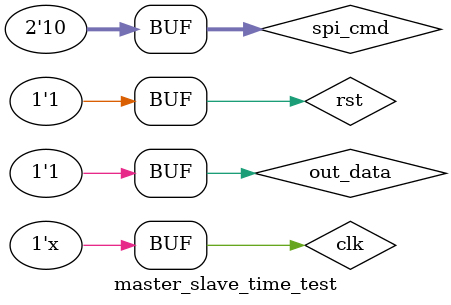
<source format=v>
`timescale 1ns / 1ps


module master_slave_time_test();
reg	rst=1'b1;
reg	[1:0]spi_cmd=2'b11;
reg	clk=1'b1;
reg	out_data=1'b0;
wire	[1:0]recive_data;

top	test1(
	.rst(rst),
    .spi_cmd(spi_cmd),
	.out_data(out_data),
    .clk(clk),  //

	.recive_data(recive_data)
	
);

always#2 clk=!clk;

initial
begin
	
   #2 spi_cmd=2'b01;out_data=2'b1;
   #43 out_data=1'b0;
   #83  out_data=1'b1;
   #123	out_data=1'b0;
   #163  out_data=1'b1;
   #203  out_data=1'b1;
   #223	spi_cmd=2'b10;out_data=1'b0;
   #243	out_data=1'b1;

end

endmodule

</source>
